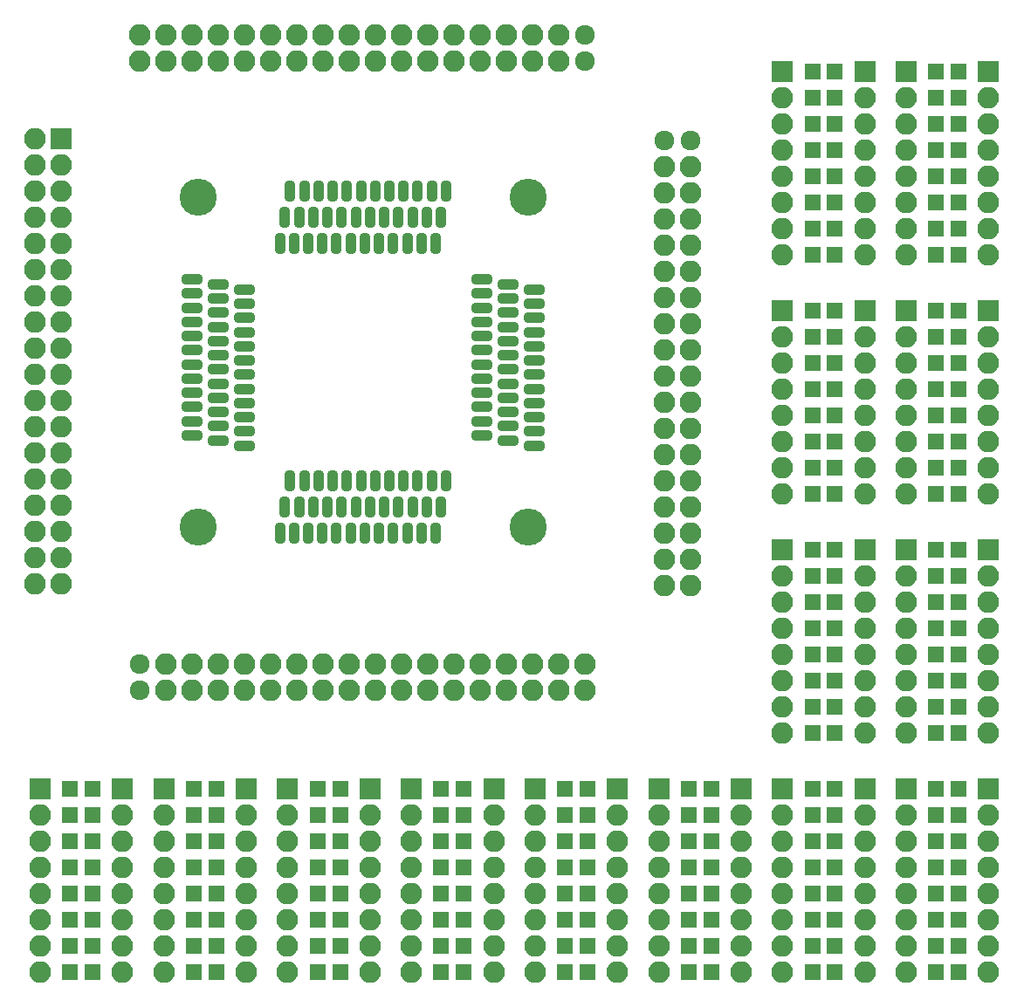
<source format=gts>
%MOIN*%
%OFA0B0*%
%FSLAX46Y46*%
%IPPOS*%
%LPD*%
%ADD10C,0.0039370078740157488*%
%ADD11O,0.043307086614173235X0.084251968503937014*%
%ADD12O,0.084251968503937014X0.043307086614173235*%
%ADD13C,0.14173228346456693*%
%ADD14R,0.082677165354330714X0.082677165354330714*%
%ADD15O,0.082677165354330714X0.082677165354330714*%
%ADD16C,0.07574803149606299*%
%ADD27C,0.0039370078740157488*%
%ADD28R,0.062992125984251982X0.062992125984251982*%
%ADD29R,0.082677165354330714X0.082677165354330714*%
%ADD30O,0.082677165354330714X0.082677165354330714*%
%ADD31C,0.0039370078740157488*%
%ADD32R,0.062992125984251982X0.062992125984251982*%
%ADD33R,0.082677165354330714X0.082677165354330714*%
%ADD34O,0.082677165354330714X0.082677165354330714*%
%ADD35C,0.0039370078740157488*%
%ADD36R,0.062992125984251982X0.062992125984251982*%
%ADD37R,0.082677165354330714X0.082677165354330714*%
%ADD38O,0.082677165354330714X0.082677165354330714*%
%ADD39C,0.0039370078740157488*%
%ADD40R,0.062992125984251982X0.062992125984251982*%
%ADD41R,0.082677165354330714X0.082677165354330714*%
%ADD42O,0.082677165354330714X0.082677165354330714*%
%ADD43C,0.0039370078740157488*%
%ADD44R,0.062992125984251982X0.062992125984251982*%
%ADD45R,0.082677165354330714X0.082677165354330714*%
%ADD46O,0.082677165354330714X0.082677165354330714*%
%ADD47C,0.0039370078740157488*%
%ADD48R,0.062992125984251982X0.062992125984251982*%
%ADD49R,0.082677165354330714X0.082677165354330714*%
%ADD50O,0.082677165354330714X0.082677165354330714*%
%ADD51C,0.0039370078740157488*%
%ADD52R,0.062992125984251982X0.062992125984251982*%
%ADD53R,0.082677165354330714X0.082677165354330714*%
%ADD54O,0.082677165354330714X0.082677165354330714*%
%ADD55C,0.0039370078740157488*%
%ADD56R,0.062992125984251982X0.062992125984251982*%
%ADD57R,0.082677165354330714X0.082677165354330714*%
%ADD58O,0.082677165354330714X0.082677165354330714*%
%ADD59C,0.0039370078740157488*%
%ADD60R,0.062992125984251982X0.062992125984251982*%
%ADD61R,0.082677165354330714X0.082677165354330714*%
%ADD62O,0.082677165354330714X0.082677165354330714*%
%ADD63C,0.0039370078740157488*%
%ADD64R,0.062992125984251982X0.062992125984251982*%
%ADD65R,0.082677165354330714X0.082677165354330714*%
%ADD66O,0.082677165354330714X0.082677165354330714*%
%ADD67C,0.0039370078740157488*%
%ADD68R,0.062992125984251982X0.062992125984251982*%
%ADD69R,0.082677165354330714X0.082677165354330714*%
%ADD70O,0.082677165354330714X0.082677165354330714*%
%ADD71C,0.0039370078740157488*%
%ADD72R,0.062992125984251982X0.062992125984251982*%
%ADD73R,0.082677165354330714X0.082677165354330714*%
%ADD74O,0.082677165354330714X0.082677165354330714*%
%ADD75C,0.0039370078740157488*%
%ADD76R,0.062992125984251982X0.062992125984251982*%
%ADD77R,0.082677165354330714X0.082677165354330714*%
%ADD78O,0.082677165354330714X0.082677165354330714*%
%ADD79C,0.0039370078740157488*%
%ADD80R,0.062992125984251982X0.062992125984251982*%
%ADD81R,0.082677165354330714X0.082677165354330714*%
%ADD82O,0.082677165354330714X0.082677165354330714*%
G01G01*
D10*
D11*
X0000000000Y0003937007D02*
X0001461712Y0002014763D03*
X0001407578Y0002014763D03*
D12*
X0000816338Y0002784940D03*
X0000816338Y0002730807D03*
X0000816338Y0002676673D03*
X0000816338Y0002622539D03*
X0000816338Y0002568405D03*
X0000816338Y0002514271D03*
X0000816338Y0002460137D03*
X0000816338Y0002406003D03*
X0000816338Y0002351870D03*
X0000816338Y0002297736D03*
X0000816338Y0002243602D03*
X0000816338Y0002189468D03*
X0002121850Y0002745570D03*
X0002121850Y0002691437D03*
X0002121850Y0002637303D03*
X0002121850Y0002583169D03*
X0002121850Y0002529035D03*
X0002121850Y0002474901D03*
X0002121850Y0002420767D03*
X0002121850Y0002366633D03*
X0002121850Y0002312500D03*
X0002121850Y0002258366D03*
X0002121850Y0002204232D03*
X0002121850Y0002150098D03*
X0002021850Y0002765255D03*
X0002021850Y0002711122D03*
X0002021850Y0002656988D03*
X0002021850Y0002602854D03*
X0002021850Y0002548720D03*
X0002021850Y0002494586D03*
X0002021850Y0002440452D03*
X0002021850Y0002386318D03*
X0002021850Y0002332185D03*
X0002021850Y0002278051D03*
X0002021850Y0002223917D03*
X0002021850Y0002169783D03*
X0000916338Y0002765255D03*
X0000916338Y0002711122D03*
X0000916338Y0002656988D03*
X0000916338Y0002602854D03*
X0000916338Y0002548720D03*
X0000916338Y0002494586D03*
X0000916338Y0002440452D03*
X0000916338Y0002386318D03*
X0000916338Y0002332185D03*
X0000916338Y0002278051D03*
X0000916338Y0002223917D03*
X0000916338Y0002169783D03*
X0001921850Y0002784940D03*
X0001921850Y0002730807D03*
X0001921850Y0002676673D03*
X0001921850Y0002622539D03*
X0001921850Y0002568405D03*
X0001921850Y0002514271D03*
X0001921850Y0002460137D03*
X0001921850Y0002406003D03*
X0001921850Y0002351870D03*
X0001921850Y0002297736D03*
X0001921850Y0002243602D03*
X0001016338Y0002745570D03*
X0001016338Y0002691437D03*
X0001016338Y0002637303D03*
X0001016338Y0002583169D03*
X0001016338Y0002529035D03*
X0001016338Y0002474901D03*
X0001016338Y0002420767D03*
X0001016338Y0002366633D03*
X0001016338Y0002312500D03*
X0001016338Y0002258366D03*
X0001016338Y0002204232D03*
X0001921850Y0002189468D03*
X0001016338Y0002150098D03*
D11*
X0001191043Y0003120275D03*
X0001191043Y0002014763D03*
X0001245177Y0003120275D03*
X0001299311Y0003120275D03*
X0001353444Y0003120275D03*
X0001407578Y0003120275D03*
X0001461712Y0003120275D03*
X0001515846Y0003120275D03*
X0001569980Y0003120275D03*
X0001624114Y0003120275D03*
X0001678248Y0003120275D03*
X0001732381Y0003120275D03*
X0001786515Y0003120275D03*
X0001245177Y0002014763D03*
X0001299311Y0002014763D03*
X0001353444Y0002014763D03*
X0001515846Y0002014763D03*
X0001569980Y0002014763D03*
X0001624114Y0002014763D03*
X0001678248Y0002014763D03*
X0001732381Y0002014763D03*
X0001786515Y0002014763D03*
X0001171358Y0003020275D03*
X0001225492Y0003020275D03*
X0001279626Y0003020275D03*
X0001333759Y0003020275D03*
X0001387893Y0003020275D03*
X0001442027Y0003020275D03*
X0001496161Y0003020275D03*
X0001550295Y0003020275D03*
X0001604429Y0003020275D03*
X0001658563Y0003020275D03*
X0001712696Y0003020275D03*
X0001766830Y0003020275D03*
X0001171358Y0001914763D03*
X0001225492Y0001914763D03*
X0001279626Y0001914763D03*
X0001333759Y0001914763D03*
X0001387893Y0001914763D03*
X0001442027Y0001914763D03*
X0001496161Y0001914763D03*
X0001550295Y0001914763D03*
X0001604429Y0001914763D03*
X0001658563Y0001914763D03*
X0001712696Y0001914763D03*
X0001766830Y0001914763D03*
X0001151673Y0001814763D03*
X0001205807Y0001814763D03*
X0001259940Y0001814763D03*
X0001314074Y0001814763D03*
X0001368208Y0001814763D03*
X0001422342Y0001814763D03*
X0001476476Y0001814763D03*
X0001530610Y0001814763D03*
X0001584744Y0001814763D03*
X0001638877Y0001814763D03*
X0001693011Y0001814763D03*
X0001747145Y0001814763D03*
X0001151673Y0002920275D03*
X0001205807Y0002920275D03*
X0001259940Y0002920275D03*
X0001314074Y0002920275D03*
X0001368208Y0002920275D03*
X0001422342Y0002920275D03*
X0001476476Y0002920275D03*
X0001530610Y0002920275D03*
X0001584744Y0002920275D03*
X0001638877Y0002920275D03*
X0001693011Y0002920275D03*
X0001747145Y0002920275D03*
D13*
X0002099015Y0003097440D03*
X0002099015Y0001837598D03*
X0000839173Y0001837598D03*
X0000839173Y0003097440D03*
D14*
X0000317716Y0003320472D03*
D15*
X0000217716Y0003320472D03*
X0000317716Y0003220472D03*
X0000217716Y0003220472D03*
X0000317716Y0003120472D03*
X0000217716Y0003120472D03*
X0000317716Y0003020472D03*
X0000217716Y0003020472D03*
X0000317716Y0002920472D03*
X0000217716Y0002920472D03*
X0000317716Y0002820472D03*
X0000217716Y0002820472D03*
X0000317716Y0002720472D03*
X0000217716Y0002720472D03*
X0000317716Y0002620472D03*
X0000217716Y0002620472D03*
X0000317716Y0002520472D03*
X0000217716Y0002520472D03*
X0000317716Y0002420472D03*
X0000217716Y0002420472D03*
X0000317716Y0002320472D03*
X0000217716Y0002320472D03*
X0000317716Y0002220472D03*
X0000217716Y0002220472D03*
X0000317716Y0002120472D03*
X0000217716Y0002120472D03*
X0000317716Y0002020472D03*
X0000217716Y0002020472D03*
X0000317716Y0001920472D03*
X0000217716Y0001920472D03*
X0000317716Y0001820472D03*
X0000217716Y0001820472D03*
X0000317716Y0001720472D03*
X0000217716Y0001720472D03*
X0000317716Y0001620472D03*
X0000217716Y0001620472D03*
D16*
X0000616929Y0001314173D03*
X0000616929Y0001214173D03*
D15*
X0000716929Y0001314173D03*
X0000716929Y0001214173D03*
X0000816929Y0001314173D03*
X0000816929Y0001214173D03*
X0000916929Y0001314173D03*
X0000916929Y0001214173D03*
X0001016929Y0001314173D03*
X0001016929Y0001214173D03*
X0001116929Y0001314173D03*
X0001116929Y0001214173D03*
X0001216929Y0001314173D03*
X0001216929Y0001214173D03*
X0001316929Y0001314173D03*
X0001316929Y0001214173D03*
X0001416929Y0001314173D03*
X0001416929Y0001214173D03*
X0001516929Y0001314173D03*
X0001516929Y0001214173D03*
X0001616929Y0001314173D03*
X0001616929Y0001214173D03*
X0001716929Y0001314173D03*
X0001716929Y0001214173D03*
X0001816929Y0001314173D03*
X0001816929Y0001214173D03*
X0001916929Y0001314173D03*
X0001916929Y0001214173D03*
X0002016929Y0001314173D03*
X0002016929Y0001214173D03*
X0002116929Y0001314173D03*
X0002116929Y0001214173D03*
X0002216929Y0001314173D03*
X0002216929Y0001214173D03*
X0002316929Y0001314173D03*
X0002316929Y0001214173D03*
D16*
X0002720472Y0003315354D03*
X0002620472Y0003315354D03*
D15*
X0002720472Y0003215354D03*
X0002620472Y0003215354D03*
X0002720472Y0003115354D03*
X0002620472Y0003115354D03*
X0002720472Y0003015354D03*
X0002620472Y0003015354D03*
X0002720472Y0002915354D03*
X0002620472Y0002915354D03*
X0002720472Y0002815354D03*
X0002620472Y0002815354D03*
X0002720472Y0002715354D03*
X0002620472Y0002715354D03*
X0002720472Y0002615354D03*
X0002620472Y0002615354D03*
X0002720472Y0002515354D03*
X0002620472Y0002515354D03*
X0002720472Y0002415354D03*
X0002620472Y0002415354D03*
X0002720472Y0002315354D03*
X0002620472Y0002315354D03*
X0002720472Y0002215354D03*
X0002620472Y0002215354D03*
X0002720472Y0002115354D03*
X0002620472Y0002115354D03*
X0002720472Y0002015354D03*
X0002620472Y0002015354D03*
X0002720472Y0001915354D03*
X0002620472Y0001915354D03*
X0002720472Y0001815354D03*
X0002620472Y0001815354D03*
X0002720472Y0001715354D03*
X0002620472Y0001715354D03*
X0002720472Y0001615354D03*
X0002620472Y0001615354D03*
D16*
X0002316929Y0003618897D03*
X0002316929Y0003718897D03*
D15*
X0002216929Y0003618897D03*
X0002216929Y0003718897D03*
X0002116929Y0003618897D03*
X0002116929Y0003718897D03*
X0002016929Y0003618897D03*
X0002016929Y0003718897D03*
X0001916929Y0003618897D03*
X0001916929Y0003718897D03*
X0001816929Y0003618897D03*
X0001816929Y0003718897D03*
X0001716929Y0003618897D03*
X0001716929Y0003718897D03*
X0001616929Y0003618897D03*
X0001616929Y0003718897D03*
X0001516929Y0003618897D03*
X0001516929Y0003718897D03*
X0001416929Y0003618897D03*
X0001416929Y0003718897D03*
X0001316929Y0003618897D03*
X0001316929Y0003718897D03*
X0001216929Y0003618897D03*
X0001216929Y0003718897D03*
X0001116929Y0003618897D03*
X0001116929Y0003718897D03*
X0001016929Y0003618897D03*
X0001016929Y0003718897D03*
X0000916929Y0003618897D03*
X0000916929Y0003718897D03*
X0000816929Y0003618897D03*
X0000816929Y0003718897D03*
X0000716929Y0003618897D03*
X0000716929Y0003718897D03*
X0000616929Y0003618897D03*
X0000616929Y0003718897D03*
G04 next file*
G04 Gerber Fmt 4.6, Leading zero omitted, Abs format (unit mm)*
G04 Created by KiCad (PCBNEW 4.0.7) date 11/22/17 20:28:19*
G01G01*
G04 APERTURE LIST*
G04 APERTURE END LIST*
D27*
D28*
X0002992125Y0000944881D02*
X0003271559Y0000138220D03*
X0003184944Y0000138220D03*
X0003271559Y0000238220D03*
X0003184944Y0000238220D03*
X0003271559Y0000338220D03*
X0003184944Y0000338220D03*
X0003271559Y0000438220D03*
X0003184944Y0000438220D03*
X0003271559Y0000538220D03*
X0003184944Y0000538220D03*
X0003271559Y0000638220D03*
X0003184944Y0000638220D03*
X0003271559Y0000738220D03*
X0003184944Y0000738220D03*
X0003271559Y0000838220D03*
X0003184944Y0000838220D03*
D29*
X0003385732Y0000838220D03*
D30*
X0003385732Y0000738220D03*
X0003385732Y0000638220D03*
X0003385732Y0000538220D03*
X0003385732Y0000438220D03*
X0003385732Y0000338220D03*
X0003385732Y0000238220D03*
X0003385732Y0000138220D03*
D29*
X0003070771Y0000838220D03*
D30*
X0003070771Y0000738220D03*
X0003070771Y0000638220D03*
X0003070771Y0000538220D03*
X0003070771Y0000438220D03*
X0003070771Y0000338220D03*
X0003070771Y0000238220D03*
X0003070771Y0000138220D03*
G04 next file*
G04 Gerber Fmt 4.6, Leading zero omitted, Abs format (unit mm)*
G04 Created by KiCad (PCBNEW 4.0.7) date 11/22/17 20:28:19*
G01G01*
G04 APERTURE LIST*
G04 APERTURE END LIST*
D31*
D32*
X0003464566Y0000944881D02*
X0003744000Y0000138220D03*
X0003657385Y0000138220D03*
X0003744000Y0000238220D03*
X0003657385Y0000238220D03*
X0003744000Y0000338220D03*
X0003657385Y0000338220D03*
X0003744000Y0000438220D03*
X0003657385Y0000438220D03*
X0003744000Y0000538220D03*
X0003657385Y0000538220D03*
X0003744000Y0000638220D03*
X0003657385Y0000638220D03*
X0003744000Y0000738220D03*
X0003657385Y0000738220D03*
X0003744000Y0000838220D03*
X0003657385Y0000838220D03*
D33*
X0003858173Y0000838220D03*
D34*
X0003858173Y0000738220D03*
X0003858173Y0000638220D03*
X0003858173Y0000538220D03*
X0003858173Y0000438220D03*
X0003858173Y0000338220D03*
X0003858173Y0000238220D03*
X0003858173Y0000138220D03*
D33*
X0003543212Y0000838220D03*
D34*
X0003543212Y0000738220D03*
X0003543212Y0000638220D03*
X0003543212Y0000538220D03*
X0003543212Y0000438220D03*
X0003543212Y0000338220D03*
X0003543212Y0000238220D03*
X0003543212Y0000138220D03*
G04 next file*
G04 Gerber Fmt 4.6, Leading zero omitted, Abs format (unit mm)*
G04 Created by KiCad (PCBNEW 4.0.7) date 11/22/17 20:28:19*
G01G01*
G04 APERTURE LIST*
G04 APERTURE END LIST*
D35*
D36*
X0002519685Y0000944881D02*
X0002799118Y0000138220D03*
X0002712503Y0000138220D03*
X0002799118Y0000238220D03*
X0002712503Y0000238220D03*
X0002799118Y0000338220D03*
X0002712503Y0000338220D03*
X0002799118Y0000438220D03*
X0002712503Y0000438220D03*
X0002799118Y0000538220D03*
X0002712503Y0000538220D03*
X0002799118Y0000638220D03*
X0002712503Y0000638220D03*
X0002799118Y0000738220D03*
X0002712503Y0000738220D03*
X0002799118Y0000838220D03*
X0002712503Y0000838220D03*
D37*
X0002913291Y0000838220D03*
D38*
X0002913291Y0000738220D03*
X0002913291Y0000638220D03*
X0002913291Y0000538220D03*
X0002913291Y0000438220D03*
X0002913291Y0000338220D03*
X0002913291Y0000238220D03*
X0002913291Y0000138220D03*
D37*
X0002598330Y0000838220D03*
D38*
X0002598330Y0000738220D03*
X0002598330Y0000638220D03*
X0002598330Y0000538220D03*
X0002598330Y0000438220D03*
X0002598330Y0000338220D03*
X0002598330Y0000238220D03*
X0002598330Y0000138220D03*
G04 next file*
G04 Gerber Fmt 4.6, Leading zero omitted, Abs format (unit mm)*
G04 Created by KiCad (PCBNEW 4.0.7) date 11/22/17 20:28:19*
G01G01*
G04 APERTURE LIST*
G04 APERTURE END LIST*
D39*
D40*
X0002047244Y0000944881D02*
X0002326677Y0000138220D03*
X0002240062Y0000138220D03*
X0002326677Y0000238220D03*
X0002240062Y0000238220D03*
X0002326677Y0000338220D03*
X0002240062Y0000338220D03*
X0002326677Y0000438220D03*
X0002240062Y0000438220D03*
X0002326677Y0000538220D03*
X0002240062Y0000538220D03*
X0002326677Y0000638220D03*
X0002240062Y0000638220D03*
X0002326677Y0000738220D03*
X0002240062Y0000738220D03*
X0002326677Y0000838220D03*
X0002240062Y0000838220D03*
D41*
X0002440850Y0000838220D03*
D42*
X0002440850Y0000738220D03*
X0002440850Y0000638220D03*
X0002440850Y0000538220D03*
X0002440850Y0000438220D03*
X0002440850Y0000338220D03*
X0002440850Y0000238220D03*
X0002440850Y0000138220D03*
D41*
X0002125889Y0000838220D03*
D42*
X0002125889Y0000738220D03*
X0002125889Y0000638220D03*
X0002125889Y0000538220D03*
X0002125889Y0000438220D03*
X0002125889Y0000338220D03*
X0002125889Y0000238220D03*
X0002125889Y0000138220D03*
G04 next file*
G04 Gerber Fmt 4.6, Leading zero omitted, Abs format (unit mm)*
G04 Created by KiCad (PCBNEW 4.0.7) date 11/22/17 20:28:19*
G01G01*
G04 APERTURE LIST*
G04 APERTURE END LIST*
D43*
D44*
X0001574803Y0000944881D02*
X0001854236Y0000138220D03*
X0001767622Y0000138220D03*
X0001854236Y0000238220D03*
X0001767622Y0000238220D03*
X0001854236Y0000338220D03*
X0001767622Y0000338220D03*
X0001854236Y0000438220D03*
X0001767622Y0000438220D03*
X0001854236Y0000538220D03*
X0001767622Y0000538220D03*
X0001854236Y0000638220D03*
X0001767622Y0000638220D03*
X0001854236Y0000738220D03*
X0001767622Y0000738220D03*
X0001854236Y0000838220D03*
X0001767622Y0000838220D03*
D45*
X0001968409Y0000838220D03*
D46*
X0001968409Y0000738220D03*
X0001968409Y0000638220D03*
X0001968409Y0000538220D03*
X0001968409Y0000438220D03*
X0001968409Y0000338220D03*
X0001968409Y0000238220D03*
X0001968409Y0000138220D03*
D45*
X0001653448Y0000838220D03*
D46*
X0001653448Y0000738220D03*
X0001653448Y0000638220D03*
X0001653448Y0000538220D03*
X0001653448Y0000438220D03*
X0001653448Y0000338220D03*
X0001653448Y0000238220D03*
X0001653448Y0000138220D03*
G04 next file*
G04 Gerber Fmt 4.6, Leading zero omitted, Abs format (unit mm)*
G04 Created by KiCad (PCBNEW 4.0.7) date 11/22/17 20:28:19*
G01G01*
G04 APERTURE LIST*
G04 APERTURE END LIST*
D47*
D48*
X0001102362Y0000944881D02*
X0001381795Y0000138220D03*
X0001295181Y0000138220D03*
X0001381795Y0000238220D03*
X0001295181Y0000238220D03*
X0001381795Y0000338220D03*
X0001295181Y0000338220D03*
X0001381795Y0000438220D03*
X0001295181Y0000438220D03*
X0001381795Y0000538220D03*
X0001295181Y0000538220D03*
X0001381795Y0000638220D03*
X0001295181Y0000638220D03*
X0001381795Y0000738220D03*
X0001295181Y0000738220D03*
X0001381795Y0000838220D03*
X0001295181Y0000838220D03*
D49*
X0001495968Y0000838220D03*
D50*
X0001495968Y0000738220D03*
X0001495968Y0000638220D03*
X0001495968Y0000538220D03*
X0001495968Y0000438220D03*
X0001495968Y0000338220D03*
X0001495968Y0000238220D03*
X0001495968Y0000138220D03*
D49*
X0001181007Y0000838220D03*
D50*
X0001181007Y0000738220D03*
X0001181007Y0000638220D03*
X0001181007Y0000538220D03*
X0001181007Y0000438220D03*
X0001181007Y0000338220D03*
X0001181007Y0000238220D03*
X0001181007Y0000138220D03*
G04 next file*
G04 Gerber Fmt 4.6, Leading zero omitted, Abs format (unit mm)*
G04 Created by KiCad (PCBNEW 4.0.7) date 11/22/17 20:28:19*
G01G01*
G04 APERTURE LIST*
G04 APERTURE END LIST*
D51*
D52*
X0000629921Y0000944881D02*
X0000909354Y0000138220D03*
X0000822740Y0000138220D03*
X0000909354Y0000238220D03*
X0000822740Y0000238220D03*
X0000909354Y0000338220D03*
X0000822740Y0000338220D03*
X0000909354Y0000438220D03*
X0000822740Y0000438220D03*
X0000909354Y0000538220D03*
X0000822740Y0000538220D03*
X0000909354Y0000638220D03*
X0000822740Y0000638220D03*
X0000909354Y0000738220D03*
X0000822740Y0000738220D03*
X0000909354Y0000838220D03*
X0000822740Y0000838220D03*
D53*
X0001023527Y0000838220D03*
D54*
X0001023527Y0000738220D03*
X0001023527Y0000638220D03*
X0001023527Y0000538220D03*
X0001023527Y0000438220D03*
X0001023527Y0000338220D03*
X0001023527Y0000238220D03*
X0001023527Y0000138220D03*
D53*
X0000708566Y0000838220D03*
D54*
X0000708566Y0000738220D03*
X0000708566Y0000638220D03*
X0000708566Y0000538220D03*
X0000708566Y0000438220D03*
X0000708566Y0000338220D03*
X0000708566Y0000238220D03*
X0000708566Y0000138220D03*
G04 next file*
G04 Gerber Fmt 4.6, Leading zero omitted, Abs format (unit mm)*
G04 Created by KiCad (PCBNEW 4.0.7) date 11/22/17 20:28:19*
G01G01*
G04 APERTURE LIST*
G04 APERTURE END LIST*
D55*
D56*
X0000157480Y0000944881D02*
X0000436913Y0000138220D03*
X0000350299Y0000138220D03*
X0000436913Y0000238220D03*
X0000350299Y0000238220D03*
X0000436913Y0000338220D03*
X0000350299Y0000338220D03*
X0000436913Y0000438220D03*
X0000350299Y0000438220D03*
X0000436913Y0000538220D03*
X0000350299Y0000538220D03*
X0000436913Y0000638220D03*
X0000350299Y0000638220D03*
X0000436913Y0000738220D03*
X0000350299Y0000738220D03*
X0000436913Y0000838220D03*
X0000350299Y0000838220D03*
D57*
X0000551086Y0000838220D03*
D58*
X0000551086Y0000738220D03*
X0000551086Y0000638220D03*
X0000551086Y0000538220D03*
X0000551086Y0000438220D03*
X0000551086Y0000338220D03*
X0000551086Y0000238220D03*
X0000551086Y0000138220D03*
D57*
X0000236125Y0000838220D03*
D58*
X0000236125Y0000738220D03*
X0000236125Y0000638220D03*
X0000236125Y0000538220D03*
X0000236125Y0000438220D03*
X0000236125Y0000338220D03*
X0000236125Y0000238220D03*
X0000236125Y0000138220D03*
G04 next file*
G04 Gerber Fmt 4.6, Leading zero omitted, Abs format (unit mm)*
G04 Created by KiCad (PCBNEW 4.0.7) date 11/22/17 20:28:19*
G01G01*
G04 APERTURE LIST*
G04 APERTURE END LIST*
D59*
D60*
X0002992125Y0001858267D02*
X0003271559Y0001051606D03*
X0003184944Y0001051606D03*
X0003271559Y0001151606D03*
X0003184944Y0001151606D03*
X0003271559Y0001251606D03*
X0003184944Y0001251606D03*
X0003271559Y0001351606D03*
X0003184944Y0001351606D03*
X0003271559Y0001451606D03*
X0003184944Y0001451606D03*
X0003271559Y0001551606D03*
X0003184944Y0001551606D03*
X0003271559Y0001651606D03*
X0003184944Y0001651606D03*
X0003271559Y0001751606D03*
X0003184944Y0001751606D03*
D61*
X0003385732Y0001751606D03*
D62*
X0003385732Y0001651606D03*
X0003385732Y0001551606D03*
X0003385732Y0001451606D03*
X0003385732Y0001351606D03*
X0003385732Y0001251606D03*
X0003385732Y0001151606D03*
X0003385732Y0001051606D03*
D61*
X0003070771Y0001751606D03*
D62*
X0003070771Y0001651606D03*
X0003070771Y0001551606D03*
X0003070771Y0001451606D03*
X0003070771Y0001351606D03*
X0003070771Y0001251606D03*
X0003070771Y0001151606D03*
X0003070771Y0001051606D03*
G04 next file*
G04 Gerber Fmt 4.6, Leading zero omitted, Abs format (unit mm)*
G04 Created by KiCad (PCBNEW 4.0.7) date 11/22/17 20:28:19*
G01G01*
G04 APERTURE LIST*
G04 APERTURE END LIST*
D63*
D64*
X0003464566Y0001858267D02*
X0003744000Y0001051606D03*
X0003657385Y0001051606D03*
X0003744000Y0001151606D03*
X0003657385Y0001151606D03*
X0003744000Y0001251606D03*
X0003657385Y0001251606D03*
X0003744000Y0001351606D03*
X0003657385Y0001351606D03*
X0003744000Y0001451606D03*
X0003657385Y0001451606D03*
X0003744000Y0001551606D03*
X0003657385Y0001551606D03*
X0003744000Y0001651606D03*
X0003657385Y0001651606D03*
X0003744000Y0001751606D03*
X0003657385Y0001751606D03*
D65*
X0003858173Y0001751606D03*
D66*
X0003858173Y0001651606D03*
X0003858173Y0001551606D03*
X0003858173Y0001451606D03*
X0003858173Y0001351606D03*
X0003858173Y0001251606D03*
X0003858173Y0001151606D03*
X0003858173Y0001051606D03*
D65*
X0003543212Y0001751606D03*
D66*
X0003543212Y0001651606D03*
X0003543212Y0001551606D03*
X0003543212Y0001451606D03*
X0003543212Y0001351606D03*
X0003543212Y0001251606D03*
X0003543212Y0001151606D03*
X0003543212Y0001051606D03*
G04 next file*
G04 Gerber Fmt 4.6, Leading zero omitted, Abs format (unit mm)*
G04 Created by KiCad (PCBNEW 4.0.7) date 11/22/17 20:28:19*
G01G01*
G04 APERTURE LIST*
G04 APERTURE END LIST*
D67*
D68*
X0002992125Y0002771653D02*
X0003271559Y0001964992D03*
X0003184944Y0001964992D03*
X0003271559Y0002064992D03*
X0003184944Y0002064992D03*
X0003271559Y0002164992D03*
X0003184944Y0002164992D03*
X0003271559Y0002264992D03*
X0003184944Y0002264992D03*
X0003271559Y0002364992D03*
X0003184944Y0002364992D03*
X0003271559Y0002464992D03*
X0003184944Y0002464992D03*
X0003271559Y0002564992D03*
X0003184944Y0002564992D03*
X0003271559Y0002664992D03*
X0003184944Y0002664992D03*
D69*
X0003385732Y0002664992D03*
D70*
X0003385732Y0002564992D03*
X0003385732Y0002464992D03*
X0003385732Y0002364992D03*
X0003385732Y0002264992D03*
X0003385732Y0002164992D03*
X0003385732Y0002064992D03*
X0003385732Y0001964992D03*
D69*
X0003070771Y0002664992D03*
D70*
X0003070771Y0002564992D03*
X0003070771Y0002464992D03*
X0003070771Y0002364992D03*
X0003070771Y0002264992D03*
X0003070771Y0002164992D03*
X0003070771Y0002064992D03*
X0003070771Y0001964992D03*
G04 next file*
G04 Gerber Fmt 4.6, Leading zero omitted, Abs format (unit mm)*
G04 Created by KiCad (PCBNEW 4.0.7) date 11/22/17 20:28:19*
G01G01*
G04 APERTURE LIST*
G04 APERTURE END LIST*
D71*
D72*
X0003464566Y0002771653D02*
X0003744000Y0001964992D03*
X0003657385Y0001964992D03*
X0003744000Y0002064992D03*
X0003657385Y0002064992D03*
X0003744000Y0002164992D03*
X0003657385Y0002164992D03*
X0003744000Y0002264992D03*
X0003657385Y0002264992D03*
X0003744000Y0002364992D03*
X0003657385Y0002364992D03*
X0003744000Y0002464992D03*
X0003657385Y0002464992D03*
X0003744000Y0002564992D03*
X0003657385Y0002564992D03*
X0003744000Y0002664992D03*
X0003657385Y0002664992D03*
D73*
X0003858173Y0002664992D03*
D74*
X0003858173Y0002564992D03*
X0003858173Y0002464992D03*
X0003858173Y0002364992D03*
X0003858173Y0002264992D03*
X0003858173Y0002164992D03*
X0003858173Y0002064992D03*
X0003858173Y0001964992D03*
D73*
X0003543212Y0002664992D03*
D74*
X0003543212Y0002564992D03*
X0003543212Y0002464992D03*
X0003543212Y0002364992D03*
X0003543212Y0002264992D03*
X0003543212Y0002164992D03*
X0003543212Y0002064992D03*
X0003543212Y0001964992D03*
G04 next file*
G04 Gerber Fmt 4.6, Leading zero omitted, Abs format (unit mm)*
G04 Created by KiCad (PCBNEW 4.0.7) date 11/22/17 20:28:19*
G01G01*
G04 APERTURE LIST*
G04 APERTURE END LIST*
D75*
D76*
X0002992125Y0003685039D02*
X0003271559Y0002878377D03*
X0003184944Y0002878377D03*
X0003271559Y0002978377D03*
X0003184944Y0002978377D03*
X0003271559Y0003078377D03*
X0003184944Y0003078377D03*
X0003271559Y0003178377D03*
X0003184944Y0003178377D03*
X0003271559Y0003278377D03*
X0003184944Y0003278377D03*
X0003271559Y0003378377D03*
X0003184944Y0003378377D03*
X0003271559Y0003478377D03*
X0003184944Y0003478377D03*
X0003271559Y0003578377D03*
X0003184944Y0003578377D03*
D77*
X0003385732Y0003578377D03*
D78*
X0003385732Y0003478377D03*
X0003385732Y0003378377D03*
X0003385732Y0003278377D03*
X0003385732Y0003178377D03*
X0003385732Y0003078377D03*
X0003385732Y0002978377D03*
X0003385732Y0002878377D03*
D77*
X0003070771Y0003578377D03*
D78*
X0003070771Y0003478377D03*
X0003070771Y0003378377D03*
X0003070771Y0003278377D03*
X0003070771Y0003178377D03*
X0003070771Y0003078377D03*
X0003070771Y0002978377D03*
X0003070771Y0002878377D03*
G04 next file*
G04 Gerber Fmt 4.6, Leading zero omitted, Abs format (unit mm)*
G04 Created by KiCad (PCBNEW 4.0.7) date 11/22/17 20:28:19*
G01G01*
G04 APERTURE LIST*
G04 APERTURE END LIST*
D79*
D80*
X0003464566Y0003685039D02*
X0003744000Y0002878377D03*
X0003657385Y0002878377D03*
X0003744000Y0002978377D03*
X0003657385Y0002978377D03*
X0003744000Y0003078377D03*
X0003657385Y0003078377D03*
X0003744000Y0003178377D03*
X0003657385Y0003178377D03*
X0003744000Y0003278377D03*
X0003657385Y0003278377D03*
X0003744000Y0003378377D03*
X0003657385Y0003378377D03*
X0003744000Y0003478377D03*
X0003657385Y0003478377D03*
X0003744000Y0003578377D03*
X0003657385Y0003578377D03*
D81*
X0003858173Y0003578377D03*
D82*
X0003858173Y0003478377D03*
X0003858173Y0003378377D03*
X0003858173Y0003278377D03*
X0003858173Y0003178377D03*
X0003858173Y0003078377D03*
X0003858173Y0002978377D03*
X0003858173Y0002878377D03*
D81*
X0003543212Y0003578377D03*
D82*
X0003543212Y0003478377D03*
X0003543212Y0003378377D03*
X0003543212Y0003278377D03*
X0003543212Y0003178377D03*
X0003543212Y0003078377D03*
X0003543212Y0002978377D03*
X0003543212Y0002878377D03*
M02*
</source>
